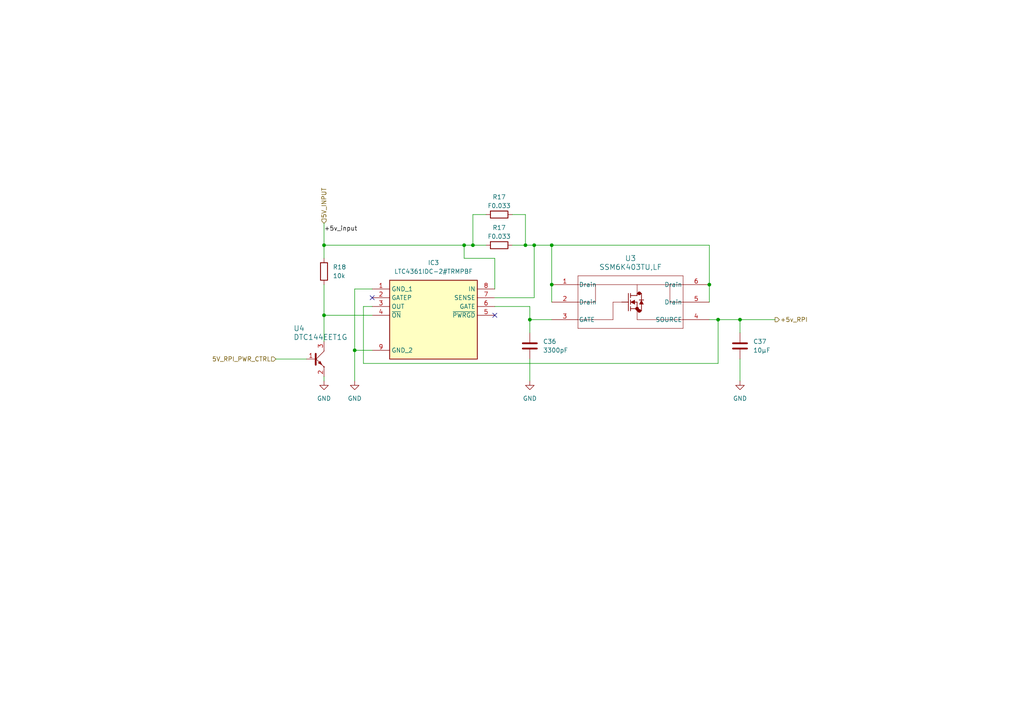
<source format=kicad_sch>
(kicad_sch (version 20230121) (generator eeschema)
  (paper "A4")
  (title_block (title "VERTECS CCB - RPi Power Supply") (date "2024-09-11") (rev "1.4") (company "Kyushu Institute of Technology") (comment 1 "See KITUSNE CCB schematic for reference") (comment 2 "RPi OCP set to ~3A"))
  (lib_symbols
    (symbol "Device:C" (pin_numbers hide) (pin_names (offset 0.254))
      (property "Reference" "C" (at 0.635 2.54 0))
      (property "Value" "C" (at 0.635 -2.54 0))
      (symbol "C_0_1"
        (polyline (pts (xy -2.032 -0.762) (xy 2.032 -0.762)) (stroke (width 0.508)))
        (polyline (pts (xy -2.032 0.762) (xy 2.032 0.762)) (stroke (width 0.508)))
      )
      (symbol "C_1_1"
        (pin passive line (at 0 3.81 270) (length 2.794) (name "~") (number "1"))
        (pin passive line (at 0 -3.81 90) (length 2.794) (name "~") (number "2"))
      )
    )
    (symbol "Device:R" (pin_numbers hide) (pin_names (offset 0))
      (property "Reference" "R" (at 2.032 0 90))
      (property "Value" "R" (at 0 0 90))
      (symbol "R_0_1"
        (rectangle (start -1.016 -2.54) (end 1.016 2.54) (stroke (width 0.254)))
      )
      (symbol "R_1_1"
        (pin passive line (at 0 3.81 270) (length 1.27) (name "~") (number "1"))
        (pin passive line (at 0 -3.81 90) (length 1.27) (name "~") (number "2"))
      )
    )
    (symbol "LTC4361IDC-2#TRMPBF_1"
      (property "Reference" "IC4" (at 17.78 7.62 0))
      (property "Value" "LTC4361IDC-2#TRMPBF" (at 17.78 5.08 0))
      (symbol "LTC4361IDC-2#TRMPBF_1_1_1"
        (rectangle (start 5.08 2.54) (end 30.48 -20.32) (stroke (width 0.254)) (fill (type background)))
        (pin passive line (at 0 0 0) (length 5.08) (name "GND_1") (number "1"))
        (pin passive line (at 0 -2.54 0) (length 5.08) (name "GATEP") (number "2"))
        (pin passive line (at 0 -5.08 0) (length 5.08) (name "OUT") (number "3"))
        (pin passive line (at 0 -7.62 0) (length 5.08) (name "~{ON}") (number "4"))
        (pin passive line (at 35.56 -7.62 180) (length 5.08) (name "~{PWRGD}") (number "5"))
        (pin passive line (at 35.56 -5.08 180) (length 5.08) (name "GATE") (number "6"))
        (pin passive line (at 35.56 -2.54 180) (length 5.08) (name "SENSE") (number "7"))
        (pin passive line (at 35.56 0 180) (length 5.08) (name "IN") (number "8"))
        (pin passive line (at 0 -17.78 0) (length 5.08) (name "GND_2") (number "9"))
      )
    )
    (symbol "VERTECS_CCB_Library:DTC144EET1G" (pin_names (offset 0.254))
      (property "Reference" "U" (at 25.4 10.16 0))
      (property "Value" "DTC144EET1G" (at 25.4 7.62 0))
      (symbol "DTC144EET1G_0_1"
        (polyline (pts (xy 2.54 -0.254) (xy 5.08 2.286)))
        (polyline (pts (xy 2.667 1.524) (xy 2.667 -1.651)) (stroke (width 0.508)) (fill (type outline)))
        (polyline (pts (xy 5.08 2.286) (xy 5.08 2.54)))
        (polyline (pts (xy 5.08 -2.286) (xy 2.54 0.254) (xy 2.54 0.254)))
        (polyline (pts (xy 3.429 -1.143) (xy 3.937 -0.635) (xy 4.445 -1.651) (xy 3.429 -1.143)) (fill (type outline)))
        (circle (center 5.08 -2.286) (radius 0.127))
      )
      (symbol "DTC144EET1G_1_1"
        (pin input line (at 0 0 0) (length 2.54) (name "") (number "1"))
        (pin passive line (at 5.08 -5.08 90) (length 2.54) (name "") (number "2"))
        (pin passive line (at 5.08 5.08 270) (length 2.54) (name "") (number "3"))
      )
    )
    (symbol "VERTECS_CCB_Library:SSM6K411TUTE85L_F" (pin_names (offset 0.254))
      (property "Reference" "U" (at 22.86 10.16 0))
      (property "Value" "SSM6K411TUTE85L_F" (at 22.86 7.62 0))
      (symbol "SSM6K411TUTE85L_F_0_1"
        (polyline (pts (xy 7.62 -10.16) (xy 38.1 -10.16)) (stroke (width 0.127)))
        (polyline (pts (xy 7.62 -7.62) (xy 17.78 -7.62)) (stroke (width 0.127)))
        (polyline (pts (xy 7.62 -2.54) (xy 12.7 -2.54)) (stroke (width 0.127)))
        (polyline (pts (xy 7.62 2.54) (xy 38.1 2.54)) (stroke (width 0.127)))
        (polyline (pts (xy 7.62 5.08) (xy 7.62 -10.16)) (stroke (width 0.127)))
        (polyline (pts (xy 12.7 -2.54) (xy 12.7 2.54)) (stroke (width 0.127)))
        (polyline (pts (xy 17.78 -7.62) (xy 17.78 -2.54)) (stroke (width 0.127)))
        (polyline (pts (xy 17.78 -2.54) (xy 20.32 -2.54)) (stroke (width 0.127)))
        (polyline (pts (xy 20.32 -2.54) (xy 22.225 -2.54)) (stroke (width 0.2032)))
        (polyline (pts (xy 22.225 -5.08) (xy 22.225 0)) (stroke (width 0.2032)))
        (polyline (pts (xy 22.86 -5.08) (xy 22.86 -3.81)) (stroke (width 0.2032)))
        (polyline (pts (xy 22.86 -4.445) (xy 24.765 -4.445)) (stroke (width 0.2032)))
        (polyline (pts (xy 22.86 -3.175) (xy 22.86 -1.905)) (stroke (width 0.2032)))
        (polyline (pts (xy 22.86 -1.27) (xy 22.86 0)) (stroke (width 0.2032)))
        (polyline (pts (xy 22.86 -0.635) (xy 24.765 -0.635)) (stroke (width 0.2032)))
        (polyline (pts (xy 24.13 -2.54) (xy 24.765 -2.54)) (stroke (width 0.2032)))
        (polyline (pts (xy 24.765 -5.08) (xy 24.765 -7.62)) (stroke (width 0.127)))
        (polyline (pts (xy 24.765 -5.08) (xy 24.765 -2.54)) (stroke (width 0.2032)))
        (polyline (pts (xy 24.765 -5.08) (xy 26.035 -5.08)) (stroke (width 0.2032)))
        (polyline (pts (xy 24.765 -0.635) (xy 24.765 0)) (stroke (width 0.2032)))
        (polyline (pts (xy 24.765 0) (xy 24.765 2.54)) (stroke (width 0.127)))
        (polyline (pts (xy 24.765 0) (xy 26.035 0)) (stroke (width 0.2032)))
        (polyline (pts (xy 26.035 -5.08) (xy 26.035 -3.175)) (stroke (width 0.2032)))
        (polyline (pts (xy 26.035 -1.905) (xy 26.035 0)) (stroke (width 0.2032)))
        (polyline (pts (xy 26.67 -1.905) (xy 25.4 -1.905)) (stroke (width 0.2032)))
        (polyline (pts (xy 34.29 -2.54) (xy 34.29 2.54)) (stroke (width 0.127)))
        (polyline (pts (xy 38.1 -10.16) (xy 38.1 5.08)) (stroke (width 0.127)))
        (polyline (pts (xy 38.1 -7.62) (xy 24.765 -7.62)) (stroke (width 0.127)))
        (polyline (pts (xy 38.1 -2.54) (xy 34.29 -2.54)) (stroke (width 0.127)))
        (polyline (pts (xy 38.1 5.08) (xy 7.62 5.08)) (stroke (width 0.127)))
        (polyline (pts (xy 24.13 -1.905) (xy 22.86 -2.54) (xy 24.13 -3.175)) (stroke (width 0.0254)) (fill (type outline)))
        (polyline (pts (xy 26.67 -3.175) (xy 25.4 -3.175) (xy 26.035 -1.905)) (stroke (width 0.0254)) (fill (type outline)))
        (circle (center 24.765 -4.445) (radius 0.0254) (stroke (width 0.508)))
        (circle (center 25.4 -5.08) (radius 0.0254) (stroke (width 0.508)))
        (circle (center 25.4 0) (radius 0.0254) (stroke (width 0.508)))
        (pin unspecified line (at 0 2.54 0) (length 7.62) (name "Drain") (number "1"))
        (pin unspecified line (at 0 -2.54 0) (length 7.62) (name "Drain") (number "2"))
        (pin unspecified line (at 0 -7.62 0) (length 7.62) (name "GATE") (number "3"))
        (pin unspecified line (at 45.72 -7.62 180) (length 7.62) (name "SOURCE") (number "4"))
        (pin unspecified line (at 45.72 -2.54 180) (length 7.62) (name "Drain") (number "5"))
        (pin unspecified line (at 45.72 2.54 180) (length 7.62) (name "Drain") (number "6"))
      )
    )
    (symbol "power:GND" (power) (pin_names (offset 0))
      (property "Value" "GND" (at 0 -3.81 0))
      (symbol "GND_0_1"
        (polyline (pts (xy 0 0) (xy 0 -1.27) (xy 1.27 -1.27) (xy 0 -2.54) (xy -1.27 -1.27) (xy 0 -1.27)))
      )
      (symbol "GND_1_1"
        (pin power_in line (at 0 0 270) (length 0) hide (name "GND") (number "1"))
      )
    )
  )
  (junction (at 93.98 71.12))
  (junction (at 208.28 92.71))
  (junction (at 160.02 71.12))
  (junction (at 160.02 82.55))
  (junction (at 137.16 71.12))
  (junction (at 153.67 92.71))
  (junction (at 214.63 92.71))
  (junction (at 134.62 71.12))
  (junction (at 93.98 91.44))
  (junction (at 154.94 71.12))
  (junction (at 152.4 71.12))
  (junction (at 102.87 101.6))
  (junction (at 205.74 82.55))
  (no_connect (at 107.95 86.36))
  (no_connect (at 143.51 91.44))
  (wire (pts (xy 152.4 71.12) (xy 154.94 71.12)))
  (wire (pts (xy 143.51 74.93) (xy 134.62 74.93)))
  (wire (pts (xy 154.94 71.12) (xy 160.02 71.12)))
  (wire (pts (xy 153.67 88.9) (xy 153.67 92.71)))
  (wire (pts (xy 93.98 109.22) (xy 93.98 110.49)))
  (wire (pts (xy 205.74 92.71) (xy 208.28 92.71)))
  (wire (pts (xy 137.16 71.12) (xy 140.97 71.12)))
  (wire (pts (xy 205.74 82.55) (xy 205.74 71.12)))
  (wire (pts (xy 93.98 91.44) (xy 93.98 99.06)))
  (wire (pts (xy 102.87 83.82) (xy 102.87 101.6)))
  (wire (pts (xy 137.16 71.12) (xy 137.16 62.23)))
  (wire (pts (xy 214.63 92.71) (xy 214.63 96.52)))
  (wire (pts (xy 160.02 82.55) (xy 160.02 87.63)))
  (wire (pts (xy 153.67 104.14) (xy 153.67 110.49)))
  (wire (pts (xy 105.41 105.41) (xy 105.41 88.9)))
  (wire (pts (xy 205.74 82.55) (xy 205.74 87.63)))
  (wire (pts (xy 152.4 62.23) (xy 152.4 71.12)))
  (wire (pts (xy 214.63 92.71) (xy 224.79 92.71)))
  (wire (pts (xy 148.59 62.23) (xy 152.4 62.23)))
  (wire (pts (xy 208.28 105.41) (xy 105.41 105.41)))
  (wire (pts (xy 102.87 101.6) (xy 107.95 101.6)))
  (wire (pts (xy 93.98 71.12) (xy 134.62 71.12)))
  (wire (pts (xy 137.16 62.23) (xy 140.97 62.23)))
  (wire (pts (xy 143.51 83.82) (xy 143.51 74.93)))
  (wire (pts (xy 143.51 86.36) (xy 154.94 86.36)))
  (wire (pts (xy 107.95 83.82) (xy 102.87 83.82)))
  (wire (pts (xy 93.98 71.12) (xy 93.98 74.93)))
  (wire (pts (xy 107.95 91.44) (xy 93.98 91.44)))
  (wire (pts (xy 105.41 88.9) (xy 107.95 88.9)))
  (wire (pts (xy 160.02 71.12) (xy 160.02 82.55)))
  (wire (pts (xy 208.28 92.71) (xy 208.28 105.41)))
  (wire (pts (xy 134.62 74.93) (xy 134.62 71.12)))
  (wire (pts (xy 205.74 71.12) (xy 160.02 71.12)))
  (wire (pts (xy 154.94 86.36) (xy 154.94 71.12)))
  (wire (pts (xy 102.87 101.6) (xy 102.87 110.49)))
  (wire (pts (xy 93.98 64.77) (xy 93.98 71.12)))
  (wire (pts (xy 148.59 71.12) (xy 152.4 71.12)))
  (wire (pts (xy 134.62 71.12) (xy 137.16 71.12)))
  (wire (pts (xy 153.67 92.71) (xy 160.02 92.71)))
  (wire (pts (xy 143.51 88.9) (xy 153.67 88.9)))
  (wire (pts (xy 214.63 104.14) (xy 214.63 110.49)))
  (wire (pts (xy 80.01 104.14) (xy 88.9 104.14)))
  (wire (pts (xy 153.67 92.71) (xy 153.67 96.52)))
  (wire (pts (xy 208.28 92.71) (xy 214.63 92.71)))
  (wire (pts (xy 93.98 82.55) (xy 93.98 91.44)))
  (label "+5v_input" (at 93.98 67.31 0))
  (hierarchical_label "5V_INPUT" (shape input) (at 93.98 64.77 90))
  (hierarchical_label "5V_RPI_PWR_CTRL" (shape input) (at 80.01 104.14 180))
  (hierarchical_label "+5v_RPI" (shape output) (at 224.79 92.71 0))
  (symbol (lib_id "Device:R") (at 144.78 62.23 90) (unit 1)
    (property "Reference" "R17" (at 144.78 57.15 90))
    (property "Value" "F0.033" (at 144.78 59.69 90))
    (property "Footprint" "Resistor_SMD:R_0805_2012Metric" (effects hide))
    (property "Datasheet" "https://www.koaspeer.com/catimages/Products/UR73V/UR73V.pdf" (effects hide))
    (property "Manufacturer_Name" "KOA" (effects hide))
    (property "Manufacturer_Part_Number" "UR73VD2ATTD33L0F" (effects hide))
    (property "Mouser Part Number" "660-UR73VD2ATTD33L0F" (effects hide))
    (property "Mouser Price/Stock" "https://www.mouser.jp/ProductDetail/KOA-Speer/UR73VD2ATTD33L0F?qs=5aG0NVq1C4xwywUIbPsVXw%3D%3D" (effects hide))
    (instances (project "VERTECS_CCB_A" (path "" (reference "R17") (unit 1)) (path "" (reference "R69") (unit 1))))
  )
  (symbol (lib_id "VERTECS_CCB_Library:DTC144EET1G") (at 88.9 104.14 0) (unit 1)
    (property "Reference" "U4" (at 85.09 95.25 0) (effects (font (size 1.524 1.524)) (justify left)))
    (property "Value" "DTC144EET1G" (at 85.09 97.79 0) (effects (font (size 1.524 1.524)) (justify left)))
    (property "Footprint" "VERTECS_CCB_Library:DTC144EET1G" (effects hide))
    (property "Datasheet" "https://www.mouser.jp/datasheet/2/308/1/DTC144E_D-2310824.pdf" (effects hide))
    (property "Manufacturer_Name" "onsemi" (effects hide))
    (property "Manufacturer_Part_Number" "DTC144EET1G" (effects hide))
    (property "Mouser Part Number" "863-DTC144EET1G" (effects hide))
    (property "Mouser Price/Stock" "https://www.mouser.jp/ProductDetail/onsemi/DTC144EET1G?qs=2OtswVQKCOGzUGumeHaiRw%3D%3D" (effects hide))
    (instances (project "VERTECS_CCB_A" (path "" (reference "U4") (unit 1)) (path "" (reference "U6") (unit 1))))
  )
  (symbol (lib_id "power:GND") (at 153.67 110.49 0) (unit 1)
    (property "Reference" "#PWR044" (effects hide))
    (property "Value" "GND" (at 153.67 115.57 0))
    (instances (project "VERTECS_CCB_A" (path "" (reference "#PWR044") (unit 1)) (path "" (reference "#PWR069") (unit 1))))
  )
  (symbol (lib_id "power:GND") (at 102.87 110.49 0) (unit 1)
    (property "Reference" "#PWR043" (effects hide))
    (property "Value" "GND" (at 102.87 115.57 0))
    (instances (project "VERTECS_CCB_A" (path "" (reference "#PWR043") (unit 1)) (path "" (reference "#PWR068") (unit 1))))
  )
  (symbol (lib_id "Device:R") (at 93.98 78.74 0) (unit 1)
    (property "Reference" "R18" (at 96.52 77.47 0) (effects (justify left)))
    (property "Value" "10k" (at 96.52 80.01 0) (effects (justify left)))
    (property "Footprint" "Resistor_SMD:R_0402_1005Metric" (effects hide))
    (property "Manufacturer_Name" "KOA" (effects hide))
    (property "Manufacturer_Part_Number" "RK73H1ETTP1002F" (effects hide))
    (instances (project "VERTECS_CCB_A" (path "" (reference "R18") (unit 1)) (path "" (reference "R35") (unit 1))))
  )
  (symbol (lib_id "power:GND") (at 93.98 110.49 0) (unit 1)
    (property "Reference" "#PWR046" (effects hide))
    (property "Value" "GND" (at 93.98 115.57 0))
    (instances (project "VERTECS_CCB_A" (path "" (reference "#PWR046") (unit 1)) (path "" (reference "#PWR067") (unit 1))))
  )
  (symbol (lib_id "power:GND") (at 214.63 110.49 0) (unit 1)
    (property "Reference" "#PWR045" (effects hide))
    (property "Value" "GND" (at 214.63 115.57 0))
    (instances (project "VERTECS_CCB_A" (path "" (reference "#PWR045") (unit 1)) (path "" (reference "#PWR070") (unit 1))))
  )
  (symbol (lib_name "LTC4361IDC-2#TRMPBF_1") (lib_id "VERTECS_CCB_Library:LTC4361IDC-2#TRMPBF") (at 107.95 83.82 0) (unit 1)
    (property "Reference" "IC3" (at 125.73 76.2 0))
    (property "Value" "LTC4361IDC-2#TRMPBF" (at 125.73 78.74 0))
    (property "Footprint" "Package_DFN_QFN:DFN-8-1EP_2x2mm_P0.5mm_EP0.8x1.6mm" (effects hide))
    (property "Datasheet" "https://www.analog.com/media/en/technical-documentation/data-sheets/ltc4361-1-4361-2.pdf" (effects hide))
    (property "Height" "0.8" (effects hide))
    (property "Mouser Part Number" "584-C4361IDC-2TRMPBF" (effects hide))
    (property "Mouser Price/Stock" "https://www.mouser.co.uk/ProductDetail/Analog-Devices/LTC4361IDC-2TRMPBF?qs=hVkxg5c3xu8HFOGoKycDRQ%3D%3D" (effects hide))
    (property "Manufacturer_Name" "Analog Devices" (effects hide))
    (property "Manufacturer_Part_Number" "LTC4361IDC-2#TRMPBF" (effects hide))
    (instances (project "VERTECS_CCB_A" (path "" (reference "IC3") (unit 1)) (path "" (reference "IC4") (unit 1))))
  )
  (symbol (lib_id "Device:R") (at 144.78 71.12 90) (unit 1)
    (property "Reference" "R17" (at 144.78 66.04 90))
    (property "Value" "F0.033" (at 144.78 68.58 90))
    (property "Footprint" "Resistor_SMD:R_0805_2012Metric" (effects hide))
    (property "Datasheet" "https://www.koaspeer.com/catimages/Products/UR73V/UR73V.pdf" (effects hide))
    (property "Manufacturer_Name" "KOA" (effects hide))
    (property "Manufacturer_Part_Number" "UR73VD2ATTD33L0F" (effects hide))
    (property "Mouser Part Number" "660-UR73VD2ATTD33L0F" (effects hide))
    (property "Mouser Price/Stock" "https://www.mouser.jp/ProductDetail/KOA-Speer/UR73VD2ATTD33L0F?qs=5aG0NVq1C4xwywUIbPsVXw%3D%3D" (effects hide))
    (instances (project "VERTECS_CCB_A" (path "" (reference "R17") (unit 1)) (path "" (reference "R34") (unit 1))))
  )
  (symbol (lib_id "VERTECS_CCB_Library:SSM6K411TUTE85L_F") (at 160.02 85.09 0) (unit 1)
    (property "Reference" "U3" (at 182.88 74.93 0) (effects (font (size 1.524 1.524))))
    (property "Value" "SSM6K403TU,LF" (at 182.88 77.47 0) (effects (font (size 1.524 1.524))))
    (property "Footprint" "VERTECS_CCB_Library:UF6_TOS" (effects hide))
    (property "Datasheet" "https://www.mouser.jp/datasheet/2/408/SSM6K403TU_datasheet_en_20220202-1916123.pdf" (effects hide))
    (property "Manufacturer_Name" "Toshiba" (effects hide))
    (property "Manufacturer_Part_Number" "SSM6K403TU,LF" (effects hide))
    (property "Mouser Part Number" "757-SSM6K403TULF" (effects hide))
    (property "Mouser Price/Stock" "https://www.mouser.jp/ProductDetail/Toshiba/SSM6K403TULF?qs=pzVvXTvk9PzSone6Qjzwzg%3D%3D&gclid=CjwKCAjwyNSoBhA9EiwA5aYlb5D-b6umCAEdP_gpZ_ElQWEQwh5coMZ78fJD-AQMJHtS1gmZ3D95eBoCksMQAvD_BwE" (effects hide))
    (instances (project "VERTECS_CCB_A" (path "" (reference "U3") (unit 1)) (path "" (reference "U5") (unit 1))))
  )
  (symbol (lib_id "Device:C") (at 214.63 100.33 0) (unit 1)
    (property "Reference" "C37" (at 218.44 99.06 0) (effects (justify left)))
    (property "Value" "10µF" (at 218.44 101.6 0) (effects (justify left)))
    (property "Footprint" "Resistor_SMD:R_0402_1005Metric" (effects hide))
    (property "Datasheet" "https://www.mouser.com/datasheet/2/281/1/GRM155R61A106ME11_01A-1983731.pdf" (effects hide))
    (property "Manufacturer_Name" "MURATA" (effects hide))
    (property "Manufacturer_Part_Number" "GRM155R61A106M" (effects hide))
    (property "Mouser Part Number" "81-GRM155R61A106ME1D" (effects hide))
    (property "Mouser Price/Stock" "https://www.mouser.com/ProductDetail/Murata-Electronics/GRM155R61A106ME11D?qs=xZ%2FP%252Ba9zWqZMJSi57Q8OyA%3D%3D" (effects hide))
    (instances (project "VERTECS_CCB_A" (path "" (reference "C37") (unit 1)) (path "" (reference "C42") (unit 1))))
  )
  (symbol (lib_id "Device:C") (at 153.67 100.33 0) (unit 1)
    (property "Reference" "C36" (at 157.48 99.06 0) (effects (justify left)))
    (property "Value" "3300pF" (at 157.48 101.6 0) (effects (justify left)))
    (property "Footprint" "Resistor_SMD:R_0402_1005Metric" (effects hide))
    (property "Manufacturer_Name" "MURATA" (effects hide))
    (property "Manufacturer_Part_Number" "GRM155B11H332K" (effects hide))
    (instances (project "VERTECS_CCB_A" (path "" (reference "C36") (unit 1)) (path "" (reference "C41") (unit 1))))
  )
)
</source>
